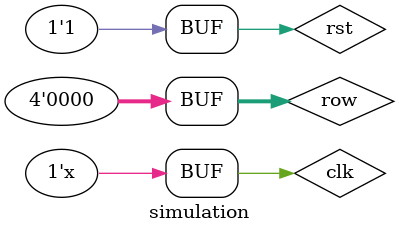
<source format=v>
module simulation;

	// Inputs
	reg [3:0] row;
	reg clk;
	reg rst;

	// Outputs
	wire [2:0] column;
	wire [7:0] seg7_out;
	wire [3:0] seg7_selected;
	wire Fout;
	wire Tout;

	// Instantiate the Unit Under Test (UUT)
	lab9 uut (
		.column(column), 
		.seg7_out(seg7_out), 
		.seg7_selected(seg7_selected), 
		.Fout(Fout), 
		.Tout(Tout), 
		.row(row), 
		.clk(clk), 
		.rst(rst)
	);
   always #5 clk=~clk;
	initial begin
		// Initialize Inputs
		row = 0;
		clk = 0;
		rst = 0;
      //value1-------2
		#10 rst = 1;
		#80 row = 4'b0111;
      #20 row = 4'b0000;
      //value1-------0
		#90 row = 4'b1110;
      #20 row = 4'b0000;
      //value1-------3
		#90 row = 4'b0111;
      #20 row = 4'b0000;
      //value1-------6
		#90 row = 4'b1011;
      #20 row = 4'b0000;
	end
      
endmodule

</source>
